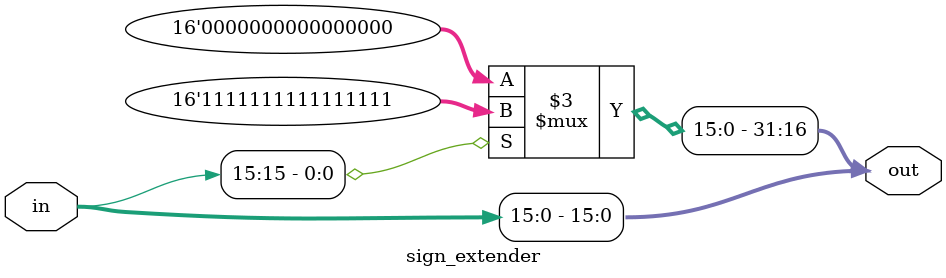
<source format=v>
module sign_extender(in, out);
	input[15:0] in;
	output reg [31:0] out;

	always @(in)
	begin
		if (in[15]) begin
			out[31:16] = 'hffff;
		   	out[15:0] = in;
		end
		else
			out = in;
	end
endmodule

/*
module test;
	reg [15:0] in;
	wire [31:0] out;
	sign_extender sss(in, out);
	initial begin
		in = 67;
		#1 $display("in = %b, out = %b", in, out);
		in = -200;
		#1 $display("in = %b, out = %b", in, out);
		$finish;
	end
endmodule
*/

</source>
